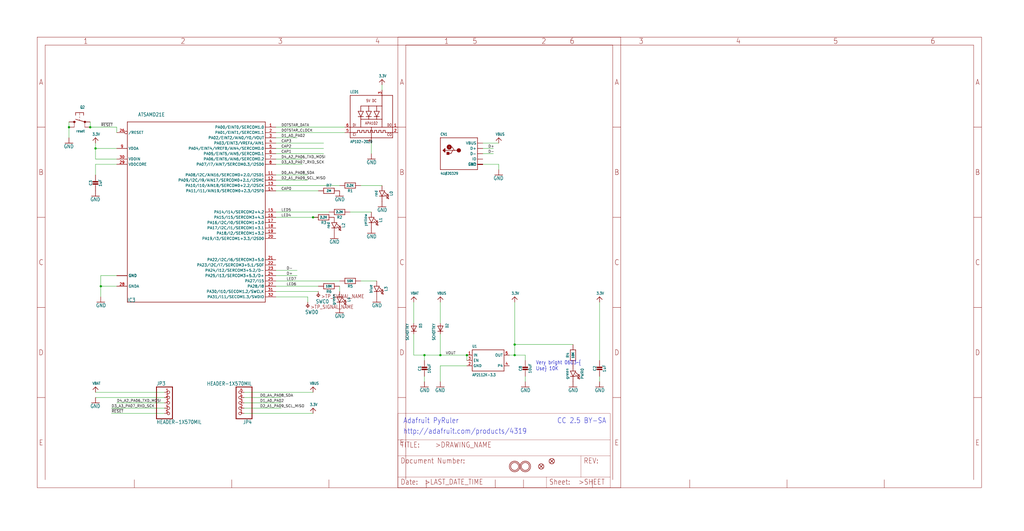
<source format=kicad_sch>
(kicad_sch (version 20211123) (generator eeschema)
  (paper "User" 490.22 254.406)
  (lib_symbols
    (symbol "schematicEagle-eagle-import:3.3V" (power)
      (property "Value" "3.3V" (at -1.524 1.016 0))
      (symbol "3.3V_1_0"
        (polyline (pts (xy -1.27 -1.27) (xy 0 0)) (stroke (width 0.254)))
        (polyline (pts (xy 0 0) (xy 1.27 -1.27)) (stroke (width 0.254)))
        (pin power_in line (at 0 -2.54 90) (length 2.54) (name "3.3V") (number "1"))
      )
    )
    (symbol "schematicEagle-eagle-import:APA1022020"
      (property "Value" "APA1022020" (at -10.16 -12.7 0))
      (symbol "APA1022020_1_0"
        (polyline (pts (xy -10.16 -10.16) (xy 0 -10.16)) (stroke (width 0.254)))
        (polyline (pts (xy -10.16 -7.62) (xy -10.16 -10.16)) (stroke (width 0.254)))
        (polyline (pts (xy -10.16 -7.62) (xy -6.604 -7.62)) (stroke (width 0.254)))
        (polyline (pts (xy -10.16 -5.08) (xy -10.16 -7.62)) (stroke (width 0.254)))
        (polyline (pts (xy -10.16 10.16) (xy -10.16 -5.08)) (stroke (width 0.254)))
        (polyline (pts (xy -6.604 -7.62) (xy -6.604 -6.604)) (stroke (width 0.254)))
        (polyline (pts (xy -6.604 -6.604) (xy -5.588 -6.604)) (stroke (width 0.254)))
        (polyline (pts (xy -6.35 0) (xy -5.08 0)) (stroke (width 0.254)))
        (polyline (pts (xy -6.35 2.54) (xy -5.08 2.54)) (stroke (width 0.254)))
        (polyline (pts (xy -5.588 -7.62) (xy -4.572 -7.62)) (stroke (width 0.254)))
        (polyline (pts (xy -5.588 -6.604) (xy -5.588 -7.62)) (stroke (width 0.254)))
        (polyline (pts (xy -5.08 -5.08) (xy -10.16 -5.08)) (stroke (width 0.254)))
        (polyline (pts (xy -5.08 -5.08) (xy 0 -5.08)) (stroke (width 0.254)))
        (polyline (pts (xy -5.08 -1.27) (xy -5.08 -5.08)) (stroke (width 0.254)))
        (polyline (pts (xy -5.08 0) (xy -6.35 2.54)) (stroke (width 0.254)))
        (polyline (pts (xy -5.08 0) (xy -5.08 -1.27)) (stroke (width 0.254)))
        (polyline (pts (xy -5.08 0) (xy -3.81 2.54)) (stroke (width 0.254)))
        (polyline (pts (xy -5.08 2.54) (xy -3.81 2.54)) (stroke (width 0.254)))
        (polyline (pts (xy -5.08 5.08) (xy -5.08 2.54)) (stroke (width 0.254)))
        (polyline (pts (xy -4.572 -7.62) (xy -4.572 -6.604)) (stroke (width 0.254)))
        (polyline (pts (xy -4.572 -6.604) (xy -3.556 -6.604)) (stroke (width 0.254)))
        (polyline (pts (xy -3.81 0) (xy -5.08 0)) (stroke (width 0.254)))
        (polyline (pts (xy -3.556 -7.62) (xy -2.54 -7.62)) (stroke (width 0.254)))
        (polyline (pts (xy -3.556 -6.604) (xy -3.556 -7.62)) (stroke (width 0.254)))
        (polyline (pts (xy -2.54 -7.62) (xy -2.54 -6.604)) (stroke (width 0.254)))
        (polyline (pts (xy -2.54 -6.604) (xy -1.524 -6.604)) (stroke (width 0.254)))
        (polyline (pts (xy -2.54 0) (xy -1.27 0)) (stroke (width 0.254)))
        (polyline (pts (xy -2.54 2.54) (xy 0 2.54)) (stroke (width 0.254)))
        (polyline (pts (xy -1.524 -7.62) (xy -0.508 -7.62)) (stroke (width 0.254)))
        (polyline (pts (xy -1.524 -6.604) (xy -1.524 -7.62)) (stroke (width 0.254)))
        (polyline (pts (xy -1.27 -1.27) (xy -5.08 -1.27)) (stroke (width 0.254)))
        (polyline (pts (xy -1.27 0) (xy -2.54 2.54)) (stroke (width 0.254)))
        (polyline (pts (xy -1.27 0) (xy -1.27 -1.27)) (stroke (width 0.254)))
        (polyline (pts (xy -1.27 0) (xy 0 0)) (stroke (width 0.254)))
        (polyline (pts (xy -1.27 2.54) (xy -1.27 5.08)) (stroke (width 0.254)))
        (polyline (pts (xy -1.27 5.08) (xy -5.08 5.08)) (stroke (width 0.254)))
        (polyline (pts (xy -0.508 -7.62) (xy -0.508 -6.604)) (stroke (width 0.254)))
        (polyline (pts (xy -0.508 -6.604) (xy 0.508 -6.604)) (stroke (width 0.254)))
        (polyline (pts (xy 0 -10.16) (xy 10.16 -10.16)) (stroke (width 0.254)))
        (polyline (pts (xy 0 -5.08) (xy 0 -10.16)) (stroke (width 0.254)))
        (polyline (pts (xy 0 -5.08) (xy 5.08 -5.08)) (stroke (width 0.254)))
        (polyline (pts (xy 0 2.54) (xy -1.27 0)) (stroke (width 0.254)))
        (polyline (pts (xy 0.508 -7.62) (xy 1.524 -7.62)) (stroke (width 0.254)))
        (polyline (pts (xy 0.508 -6.604) (xy 0.508 -7.62)) (stroke (width 0.254)))
        (polyline (pts (xy 1.27 2.54) (xy 2.54 0)) (stroke (width 0.254)))
        (polyline (pts (xy 1.27 2.54) (xy 2.54 2.54)) (stroke (width 0.254)))
        (polyline (pts (xy 1.524 -7.62) (xy 1.524 -6.604)) (stroke (width 0.254)))
        (polyline (pts (xy 1.524 -6.604) (xy 2.54 -6.604)) (stroke (width 0.254)))
        (polyline (pts (xy 2.54 -7.62) (xy 3.556 -7.62)) (stroke (width 0.254)))
        (polyline (pts (xy 2.54 -6.604) (xy 2.54 -7.62)) (stroke (width 0.254)))
        (polyline (pts (xy 2.54 -1.27) (xy -1.27 -1.27)) (stroke (width 0.254)))
        (polyline (pts (xy 2.54 0) (xy 1.27 0)) (stroke (width 0.254)))
        (polyline (pts (xy 2.54 0) (xy 2.54 -1.27)) (stroke (width 0.254)))
        (polyline (pts (xy 2.54 0) (xy 3.81 0)) (stroke (width 0.254)))
        (polyline (pts (xy 2.54 0) (xy 3.81 2.54)) (stroke (width 0.254)))
        (polyline (pts (xy 2.54 2.54) (xy 2.54 5.08)) (stroke (width 0.254)))
        (polyline (pts (xy 2.54 5.08) (xy -1.27 5.08)) (stroke (width 0.254)))
        (polyline (pts (xy 2.54 5.08) (xy 5.08 5.08)) (stroke (width 0.254)))
        (polyline (pts (xy 3.556 -7.62) (xy 3.556 -6.604)) (stroke (width 0.254)))
        (polyline (pts (xy 3.556 -6.604) (xy 4.572 -6.604)) (stroke (width 0.254)))
        (polyline (pts (xy 3.81 2.54) (xy 2.54 2.54)) (stroke (width 0.254)))
        (polyline (pts (xy 4.572 -7.62) (xy 5.588 -7.62)) (stroke (width 0.254)))
        (polyline (pts (xy 4.572 -6.604) (xy 4.572 -7.62)) (stroke (width 0.254)))
        (polyline (pts (xy 5.08 -5.08) (xy 5.08 -1.27)) (stroke (width 0.254)))
        (polyline (pts (xy 5.08 -5.08) (xy 10.16 -5.08)) (stroke (width 0.254)))
        (polyline (pts (xy 5.08 -1.27) (xy 2.54 -1.27)) (stroke (width 0.254)))
        (polyline (pts (xy 5.08 5.08) (xy 5.08 -1.27)) (stroke (width 0.254)))
        (polyline (pts (xy 5.08 10.16) (xy -10.16 10.16)) (stroke (width 0.254)))
        (polyline (pts (xy 5.08 10.16) (xy 5.08 5.08)) (stroke (width 0.254)))
        (polyline (pts (xy 5.588 -7.62) (xy 5.588 -6.604)) (stroke (width 0.254)))
        (polyline (pts (xy 5.588 -6.604) (xy 6.604 -6.604)) (stroke (width 0.254)))
        (polyline (pts (xy 6.604 -7.62) (xy 10.16 -7.62)) (stroke (width 0.254)))
        (polyline (pts (xy 6.604 -6.604) (xy 6.604 -7.62)) (stroke (width 0.254)))
        (polyline (pts (xy 10.16 -10.16) (xy 10.16 -7.62)) (stroke (width 0.254)))
        (polyline (pts (xy 10.16 -7.62) (xy 10.16 -5.08)) (stroke (width 0.254)))
        (polyline (pts (xy 10.16 -5.08) (xy 10.16 10.16)) (stroke (width 0.254)))
        (polyline (pts (xy 10.16 10.16) (xy 5.08 10.16)) (stroke (width 0.254)))
        (text "5V DC" (at 0 7.62 0) (effects (font (size 1.27 1.0795))))
        (text "APA102" (at 0 -3.175 0) (effects (font (size 1.27 1.0795))))
        (text "CI" (at -8.128 -8.636 0) (effects (font (size 1.27 1.0795))))
        (text "CO" (at 8.636 -8.636 0) (effects (font (size 1.27 1.0795))))
        (text "DI" (at -8.128 -4.064 0) (effects (font (size 1.27 1.0795))))
        (text "DO" (at 8.636 -4.064 0) (effects (font (size 1.27 1.0795))))
        (pin output line (at 12.7 -5.08 180) (length 2.54) (name "DO") (number "1"))
        (pin output line (at 12.7 -7.62 180) (length 2.54) (name "CKO") (number "2"))
        (pin power_in line (at 5.08 12.7 270) (length 2.54) (name "VDD") (number "3"))
        (pin power_in line (at 0 -12.7 90) (length 2.54) (name "GND") (number "4"))
        (pin input line (at -12.7 -7.62 0) (length 2.54) (name "CKI") (number "5"))
        (pin input line (at -12.7 -5.08 0) (length 2.54) (name "DI") (number "6"))
      )
    )
    (symbol "schematicEagle-eagle-import:ATSAMD21E"
      (property "Reference" "IC" (at -35.56 -43.18 0))
      (property "Value" "ATSAMD21E" (at -30.48 45.72 0))
      (symbol "ATSAMD21E_1_0"
        (polyline (pts (xy -35.56 -43.18) (xy -35.56 43.18)) (stroke (width 0.254)))
        (polyline (pts (xy -35.56 43.18) (xy 30.48 43.18)) (stroke (width 0.254)))
        (polyline (pts (xy 30.48 -43.18) (xy -35.56 -43.18)) (stroke (width 0.254)))
        (polyline (pts (xy 30.48 43.18) (xy 30.48 -43.18)) (stroke (width 0.254)))
        (pin bidirectional line (at 35.56 40.64 180) (length 5.08) (name "PA00/EINT0/SERCOM1.0") (number "1"))
        (pin power_in line (at -40.64 -30.48 0) (length 5.08) (name "GND") (number "10"))
        (pin bidirectional line (at 35.56 17.78 180) (length 5.08) (name "PA08/I2C/AIN16/SERCOM0+2.0/I2SD1") (number "11"))
        (pin bidirectional line (at 35.56 15.24 180) (length 5.08) (name "PA09/I2C/I9/AIN17/SERCOM0+2.1/I2SMC") (number "12"))
        (pin bidirectional line (at 35.56 12.7 180) (length 5.08) (name "PA10/I10/AIN18/SERCOM0+2.2/I2SCK") (number "13"))
        (pin bidirectional line (at 35.56 10.16 180) (length 5.08) (name "PA11/I11/AIN19/SERCOM0+2.3/I2SF0") (number "14"))
        (pin bidirectional line (at 35.56 0 180) (length 5.08) (name "PA14/I14/SERCOM2+4.2") (number "15"))
        (pin bidirectional line (at 35.56 -2.54 180) (length 5.08) (name "PA15/I15/SERCOM3+4.3") (number "16"))
        (pin bidirectional line (at 35.56 -5.08 180) (length 5.08) (name "PA16/I2C/I0/SERCOM1+3.0") (number "17"))
        (pin bidirectional line (at 35.56 -7.62 180) (length 5.08) (name "PA17/I2C/I1/SERCOM1+3.1") (number "18"))
        (pin bidirectional line (at 35.56 -10.16 180) (length 5.08) (name "PA18/I2/SERCOM1+3.2") (number "19"))
        (pin bidirectional line (at 35.56 38.1 180) (length 5.08) (name "PA01/EINT1/SERCOM1.1") (number "2"))
        (pin bidirectional line (at 35.56 -12.7 180) (length 5.08) (name "PA19/I3/SERCOM1+3.3/I2SD0") (number "20"))
        (pin bidirectional line (at 35.56 -22.86 180) (length 5.08) (name "PA22/I2C/I6/SERCOM3+5.0") (number "21"))
        (pin bidirectional line (at 35.56 -25.4 180) (length 5.08) (name "PA23/I2C/I7/SERCOM3+5.1/SOF") (number "22"))
        (pin bidirectional line (at 35.56 -27.94 180) (length 5.08) (name "PA24/I12/SERCOM3+5.2/D-") (number "23"))
        (pin bidirectional line (at 35.56 -30.48 180) (length 5.08) (name "PA25/I13/SERCOM3+5.3/D+") (number "24"))
        (pin bidirectional line (at 35.56 -33.02 180) (length 5.08) (name "PA27/I15") (number "25"))
        (pin bidirectional inverted (at -40.64 38.1 0) (length 5.08) (name "/RESET") (number "26"))
        (pin bidirectional line (at 35.56 -35.56 180) (length 5.08) (name "PA28/I8") (number "27"))
        (pin power_in line (at -40.64 -35.56 0) (length 5.08) (name "GNDA") (number "28"))
        (pin power_in line (at -40.64 22.86 0) (length 5.08) (name "VDDCORE") (number "29"))
        (pin bidirectional line (at 35.56 35.56 180) (length 5.08) (name "PA02/EINT2/AIN0/Y0/VOUT") (number "3"))
        (pin power_in line (at -40.64 25.4 0) (length 5.08) (name "VDDIN") (number "30"))
        (pin bidirectional line (at 35.56 -38.1 180) (length 5.08) (name "PA30/I10/SECOM1.2/SWCLK") (number "31"))
        (pin bidirectional line (at 35.56 -40.64 180) (length 5.08) (name "PA31/I11/SECOM1.3/SWDIO") (number "32"))
        (pin power_in line (at -40.64 -30.48 0) (length 5.08) (name "GND") (number "33"))
        (pin bidirectional line (at 35.56 33.02 180) (length 5.08) (name "PA03/EINT3/VREFA/AIN1") (number "4"))
        (pin bidirectional line (at 35.56 30.48 180) (length 5.08) (name "PA04/EINT4/VREFB/AIN4/SERCOM0.0") (number "5"))
        (pin bidirectional line (at 35.56 27.94 180) (length 5.08) (name "PA05/EINT5/AIN5/SERCOM0.1") (number "6"))
        (pin bidirectional line (at 35.56 25.4 180) (length 5.08) (name "PA06/EINT6/AIN6/SERCOM0.2") (number "7"))
        (pin bidirectional line (at 35.56 22.86 180) (length 5.08) (name "PA07/I7/AIN7/SERCOM0.3/I2SD0") (number "8"))
        (pin power_in line (at -40.64 30.48 0) (length 5.08) (name "VDDA") (number "9"))
      )
    )
    (symbol "schematicEagle-eagle-import:CAP_CERAMIC0603_NO"
      (property "Reference" "C" (at -2.29 1.25 90))
      (property "Value" "CAP_CERAMIC0603_NO" (at 2.3 1.25 90))
      (symbol "CAP_CERAMIC0603_NO_1_0"
        (rectangle (start -1.27 0.508) (end 1.27 1.016) (fill (type outline)))
        (rectangle (start -1.27 1.524) (end 1.27 2.032) (fill (type outline)))
        (polyline (pts (xy 0 0.762) (xy 0 0)) (stroke (width 0.1524)))
        (polyline (pts (xy 0 2.54) (xy 0 1.778)) (stroke (width 0.1524)))
        (pin passive line (at 0 5.08 270) (length 2.54) (name "1") (number "1"))
        (pin passive line (at 0 -2.54 90) (length 2.54) (name "2") (number "2"))
      )
    )
    (symbol "schematicEagle-eagle-import:CAP_CERAMIC0805-NOOUTLINE"
      (property "Reference" "C" (at -2.29 1.25 90))
      (property "Value" "CAP_CERAMIC0805-NOOUTLINE" (at 2.3 1.25 90))
      (symbol "CAP_CERAMIC0805-NOOUTLINE_1_0"
        (rectangle (start -1.27 0.508) (end 1.27 1.016) (fill (type outline)))
        (rectangle (start -1.27 1.524) (end 1.27 2.032) (fill (type outline)))
        (polyline (pts (xy 0 0.762) (xy 0 0)) (stroke (width 0.1524)))
        (polyline (pts (xy 0 2.54) (xy 0 1.778)) (stroke (width 0.1524)))
        (pin passive line (at 0 5.08 270) (length 2.54) (name "1") (number "1"))
        (pin passive line (at 0 -2.54 90) (length 2.54) (name "2") (number "2"))
      )
    )
    (symbol "schematicEagle-eagle-import:DIODE_SOD-123FL"
      (property "Reference" "D" (at -2.54 2.54 0))
      (property "Value" "DIODE_SOD-123FL" (at -2.54 -3.81 0))
      (symbol "DIODE_SOD-123FL_1_0"
        (polyline (pts (xy -1.27 -1.27) (xy 1.27 0)) (stroke (width 0.254)))
        (polyline (pts (xy -1.27 1.27) (xy -1.27 -1.27)) (stroke (width 0.254)))
        (polyline (pts (xy 1.27 0) (xy -1.27 1.27)) (stroke (width 0.254)))
        (polyline (pts (xy 1.27 0) (xy 1.27 -1.27)) (stroke (width 0.254)))
        (polyline (pts (xy 1.27 1.27) (xy 1.27 0)) (stroke (width 0.254)))
        (pin passive line (at -2.54 0 0) (length 2.54) (name "A") (number "A"))
        (pin passive line (at 2.54 0 180) (length 2.54) (name "C") (number "C"))
      )
    )
    (symbol "schematicEagle-eagle-import:FIDUCIAL_1MM"
      (symbol "FIDUCIAL_1MM_1_0"
        (polyline (pts (xy -0.762 0.762) (xy 0.762 -0.762)) (stroke (width 0.254)))
        (polyline (pts (xy 0.762 0.762) (xy -0.762 -0.762)) (stroke (width 0.254)))
        (circle (center 0 0) (radius 1.27) (stroke (width 0.254)))
      )
    )
    (symbol "schematicEagle-eagle-import:FRAME_A_L"
      (symbol "FRAME_A_L_0_0"
        (polyline (pts (xy 0 43.18) (xy 3.81 43.18)))
        (polyline (pts (xy 0 86.36) (xy 3.81 86.36)))
        (polyline (pts (xy 0 129.54) (xy 3.81 129.54)))
        (polyline (pts (xy 0 172.72) (xy 3.81 172.72)))
        (polyline (pts (xy 3.81 3.81) (xy 3.81 212.09)))
        (polyline (pts (xy 46.5667 0) (xy 46.5667 3.81)))
        (polyline (pts (xy 93.1333 0) (xy 93.1333 3.81)))
        (polyline (pts (xy 139.7 0) (xy 139.7 3.81)))
        (polyline (pts (xy 186.2667 0) (xy 186.2667 3.81)))
        (polyline (pts (xy 232.8333 0) (xy 232.8333 3.81)))
        (polyline (pts (xy 275.59 3.81) (xy 275.59 212.09)))
        (polyline (pts (xy 275.59 43.18) (xy 279.4 43.18)))
        (polyline (pts (xy 275.59 86.36) (xy 279.4 86.36)))
        (polyline (pts (xy 275.59 129.54) (xy 279.4 129.54)))
        (polyline (pts (xy 275.59 172.72) (xy 279.4 172.72)))
        (polyline (pts (xy 275.59 212.09) (xy 3.81 212.09)))
        (polyline (pts (xy 0 0) (xy 279.4 0) (xy 279.4 215.9) (xy 0 215.9) (xy 0 0)))
        (text "1" (at 23.2833 213.995 0) (effects (font (size 2.54 2.286))))
        (text "2" (at 69.85 213.995 0) (effects (font (size 2.54 2.286))))
        (text "3" (at 116.4167 213.995 0) (effects (font (size 2.54 2.286))))
        (text "4" (at 162.9833 213.995 0) (effects (font (size 2.54 2.286))))
        (text "5" (at 209.55 213.995 0) (effects (font (size 2.54 2.286))))
        (text "6" (at 256.1167 213.995 0) (effects (font (size 2.54 2.286))))
        (text "A" (at 1.905 194.31 0) (effects (font (size 2.54 2.286))))
        (text "A" (at 277.495 194.31 0) (effects (font (size 2.54 2.286))))
        (text "B" (at 1.905 151.13 0) (effects (font (size 2.54 2.286))))
        (text "B" (at 277.495 151.13 0) (effects (font (size 2.54 2.286))))
        (text "C" (at 1.905 107.95 0) (effects (font (size 2.54 2.286))))
        (text "C" (at 277.495 107.95 0) (effects (font (size 2.54 2.286))))
        (text "D" (at 1.905 64.77 0) (effects (font (size 2.54 2.286))))
        (text "D" (at 277.495 64.77 0) (effects (font (size 2.54 2.286))))
        (text "E" (at 1.905 21.59 0) (effects (font (size 2.54 2.286))))
        (text "E" (at 277.495 21.59 0) (effects (font (size 2.54 2.286))))
      )
      (symbol "FRAME_A_L_2_0"
        (polyline (pts (xy 0 0) (xy 0 5.08)) (stroke (width 0.1016)))
        (polyline (pts (xy 0 0) (xy 71.12 0)) (stroke (width 0.1016)))
        (polyline (pts (xy 0 5.08) (xy 0 15.24)) (stroke (width 0.1016)))
        (polyline (pts (xy 0 5.08) (xy 71.12 5.08)) (stroke (width 0.1016)))
        (polyline (pts (xy 0 15.24) (xy 0 22.86)) (stroke (width 0.1016)))
        (polyline (pts (xy 0 22.86) (xy 0 35.56)) (stroke (width 0.1016)))
        (polyline (pts (xy 0 22.86) (xy 101.6 22.86)) (stroke (width 0.1016)))
        (polyline (pts (xy 71.12 0) (xy 101.6 0)) (stroke (width 0.1016)))
        (polyline (pts (xy 71.12 5.08) (xy 71.12 0)) (stroke (width 0.1016)))
        (polyline (pts (xy 71.12 5.08) (xy 87.63 5.08)) (stroke (width 0.1016)))
        (polyline (pts (xy 87.63 5.08) (xy 101.6 5.08)) (stroke (width 0.1016)))
        (polyline (pts (xy 87.63 15.24) (xy 0 15.24)) (stroke (width 0.1016)))
        (polyline (pts (xy 87.63 15.24) (xy 87.63 5.08)) (stroke (width 0.1016)))
        (polyline (pts (xy 101.6 5.08) (xy 101.6 0)) (stroke (width 0.1016)))
        (polyline (pts (xy 101.6 15.24) (xy 87.63 15.24)) (stroke (width 0.1016)))
        (polyline (pts (xy 101.6 15.24) (xy 101.6 5.08)) (stroke (width 0.1016)))
        (polyline (pts (xy 101.6 22.86) (xy 101.6 15.24)) (stroke (width 0.1016)))
        (polyline (pts (xy 101.6 35.56) (xy 0 35.56)) (stroke (width 0.1016)))
        (polyline (pts (xy 101.6 35.56) (xy 101.6 22.86)) (stroke (width 0.1016)))
        (text ">DRAWING_NAME" (at 17.78 19.05 0) (effects (font (size 2.54 2.159)) (justify left bottom)))
        (text ">LAST_DATE_TIME" (at 12.7 1.27 0) (effects (font (size 2.54 2.159)) (justify left bottom)))
        (text ">SHEET" (at 86.36 1.27 0) (effects (font (size 2.54 2.159)) (justify left bottom)))
        (text "Date:" (at 1.27 1.27 0) (effects (font (size 2.54 2.159)) (justify left bottom)))
        (text "Document Number:" (at 1.27 11.43 0) (effects (font (size 2.54 2.159)) (justify left bottom)))
        (text "REV:" (at 88.9 11.43 0) (effects (font (size 2.54 2.159)) (justify left bottom)))
        (text "Sheet:" (at 72.39 1.27 0) (effects (font (size 2.54 2.159)) (justify left bottom)))
        (text "TITLE:" (at 1.27 19.05 0) (effects (font (size 2.54 2.159)) (justify left bottom)))
      )
    )
    (symbol "schematicEagle-eagle-import:GND" (power)
      (property "Value" "GND" (at -2.54 -2.54 0))
      (symbol "GND_1_0"
        (polyline (pts (xy -1.905 0) (xy 1.905 0)) (stroke (width 0.254)))
        (pin power_in line (at 0 2.54 270) (length 2.54) (name "GND") (number "1"))
      )
    )
    (symbol "schematicEagle-eagle-import:HEADER-1X570MIL"
      (property "Reference" "JP" (at -6.35 8.255 0))
      (property "Value" "HEADER-1X570MIL" (at -6.35 -10.16 0))
      (symbol "HEADER-1X570MIL_1_0"
        (polyline (pts (xy -6.35 -7.62) (xy 1.27 -7.62)) (stroke (width 0.4064)))
        (polyline (pts (xy -6.35 7.62) (xy -6.35 -7.62)) (stroke (width 0.4064)))
        (polyline (pts (xy 1.27 -7.62) (xy 1.27 7.62)) (stroke (width 0.4064)))
        (polyline (pts (xy 1.27 7.62) (xy -6.35 7.62)) (stroke (width 0.4064)))
        (pin passive inverted (at -2.54 5.08 0) (length 2.54) (name "1") (number "1"))
        (pin passive inverted (at -2.54 2.54 0) (length 2.54) (name "2") (number "2"))
        (pin passive inverted (at -2.54 0 0) (length 2.54) (name "3") (number "3"))
        (pin passive inverted (at -2.54 -2.54 0) (length 2.54) (name "4") (number "4"))
        (pin passive inverted (at -2.54 -5.08 0) (length 2.54) (name "5") (number "5"))
      )
    )
    (symbol "schematicEagle-eagle-import:LED0603_NOOUTLINE"
      (property "Reference" "D" (at -1.27 4.445 0))
      (property "Value" "LED0603_NOOUTLINE" (at -1.27 -2.794 0))
      (symbol "LED0603_NOOUTLINE_1_0"
        (polyline (pts (xy -2.54 -1.27) (xy 0 0)) (stroke (width 0.254)))
        (polyline (pts (xy -2.54 1.27) (xy -2.54 -1.27)) (stroke (width 0.254)))
        (polyline (pts (xy -1.905 1.27) (xy -0.635 2.54)) (stroke (width 0.254)))
        (polyline (pts (xy -0.9525 2.8575) (xy -0.3175 2.2225)) (stroke (width 0.254)))
        (polyline (pts (xy -0.635 1.27) (xy 0.635 2.54)) (stroke (width 0.254)))
        (polyline (pts (xy -0.3175 2.2225) (xy 0 3.175)) (stroke (width 0.254)))
        (polyline (pts (xy 0 0) (xy -2.54 1.27)) (stroke (width 0.254)))
        (polyline (pts (xy 0 0) (xy 0 -1.27)) (stroke (width 0.254)))
        (polyline (pts (xy 0 1.27) (xy 0 0)) (stroke (width 0.254)))
        (polyline (pts (xy 0 3.175) (xy -0.9525 2.8575)) (stroke (width 0.254)))
        (polyline (pts (xy 0.3175 2.8575) (xy 0.9525 2.2225)) (stroke (width 0.254)))
        (polyline (pts (xy 0.9525 2.2225) (xy 1.27 3.175)) (stroke (width 0.254)))
        (polyline (pts (xy 1.27 3.175) (xy 0.3175 2.8575)) (stroke (width 0.254)))
        (pin passive line (at -5.08 0 0) (length 2.54) (name "A") (number "A"))
        (pin passive line (at 2.54 0 180) (length 2.54) (name "C") (number "C"))
      )
    )
    (symbol "schematicEagle-eagle-import:MOUNTINGHOLE2.0"
      (symbol "MOUNTINGHOLE2.0_1_0"
        (circle (center 0 0) (radius 1.905) (stroke (width 0.254)))
        (circle (center 0 0) (radius 2.54) (stroke (width 0.254)))
      )
    )
    (symbol "schematicEagle-eagle-import:RESISTOR_0603_NOOUT"
      (property "Reference" "R" (at 0 2.54 0))
      (property "Value" "RESISTOR_0603_NOOUT" (at 0 0 0))
      (symbol "RESISTOR_0603_NOOUT_1_0"
        (polyline (pts (xy -2.54 -1.27) (xy -2.54 1.27)) (stroke (width 0.254)))
        (polyline (pts (xy -2.54 1.27) (xy 2.54 1.27)) (stroke (width 0.254)))
        (polyline (pts (xy 2.54 -1.27) (xy -2.54 -1.27)) (stroke (width 0.254)))
        (polyline (pts (xy 2.54 1.27) (xy 2.54 -1.27)) (stroke (width 0.254)))
        (pin passive line (at -5.08 0 0) (length 2.54) (name "1") (number "1"))
        (pin passive line (at 5.08 0 180) (length 2.54) (name "2") (number "2"))
      )
    )
    (symbol "schematicEagle-eagle-import:SWITCH_TACT_SMT4.6X2.8"
      (property "Reference" "SW" (at -2.54 6.35 0))
      (property "Value" "SWITCH_TACT_SMT4.6X2.8" (at -2.54 -5.08 0))
      (symbol "SWITCH_TACT_SMT4.6X2.8_1_0"
        (circle (center -2.54 0) (radius 0.127) (stroke (width 0.4064)))
        (polyline (pts (xy -2.54 -2.54) (xy -2.54 0)) (stroke (width 0.1524)))
        (polyline (pts (xy -2.54 0) (xy 1.905 1.27)) (stroke (width 0.254)))
        (polyline (pts (xy -1.905 4.445) (xy -1.905 3.175)) (stroke (width 0.254)))
        (polyline (pts (xy 0 1.27) (xy 0 0.635)) (stroke (width 0.1524)))
        (polyline (pts (xy 0 2.54) (xy 0 1.905)) (stroke (width 0.1524)))
        (polyline (pts (xy 0 4.445) (xy -1.905 4.445)) (stroke (width 0.254)))
        (polyline (pts (xy 0 4.445) (xy 0 3.175)) (stroke (width 0.1524)))
        (polyline (pts (xy 1.905 0) (xy 2.54 0)) (stroke (width 0.254)))
        (polyline (pts (xy 1.905 4.445) (xy 0 4.445)) (stroke (width 0.254)))
        (polyline (pts (xy 1.905 4.445) (xy 1.905 3.175)) (stroke (width 0.254)))
        (polyline (pts (xy 2.54 -2.54) (xy 2.54 0)) (stroke (width 0.1524)))
        (circle (center 2.54 0) (radius 0.127) (stroke (width 0.4064)))
        (pin passive line (at -5.08 0 0) (length 2.54) (name "P") (number "A"))
        (pin passive line (at -5.08 -2.54 0) (length 2.54) (name "P1") (number "A'"))
        (pin passive line (at 5.08 0 180) (length 2.54) (name "S") (number "B"))
        (pin passive line (at 5.08 -2.54 180) (length 2.54) (name "S1") (number "B'"))
      )
    )
    (symbol "schematicEagle-eagle-import:TPB1,27"
      (property "Reference" "TP" (at -1.27 1.27 0))
      (symbol "TPB1,27_1_0"
        (polyline (pts (xy -0.762 -0.762) (xy 0 0)) (stroke (width 0.254)))
        (polyline (pts (xy 0 -1.524) (xy -0.762 -0.762)) (stroke (width 0.254)))
        (polyline (pts (xy 0 0) (xy 0.762 -0.762)) (stroke (width 0.254)))
        (polyline (pts (xy 0.762 -0.762) (xy 0 -1.524)) (stroke (width 0.254)))
        (text ">TP_SIGNAL_NAME" (at 1.27 -1.27 0) (effects (font (size 1.778 1.5113)) (justify left bottom)))
        (pin input line (at 0 -2.54 90) (length 2.54) (name "TP") (number "TP"))
      )
    )
    (symbol "schematicEagle-eagle-import:USB_MICRO_NARROW"
      (property "Reference" "X" (at -10.16 8.636 0))
      (property "Value" "USB_MICRO_NARROW" (at -10.16 -10.16 0))
      (symbol "USB_MICRO_NARROW_1_0"
        (rectangle (start -7.12 -0.45) (end -5.92 0.75) (fill (type outline)))
        (circle (center -5.92 3.2) (radius 0.2) (stroke (width 1)))
        (circle (center -1.32 1.6) (radius 0.5) (stroke (width 1)))
        (polyline (pts (xy -10.2 7.62) (xy -10.16 7.62)) (stroke (width 0.254)))
        (polyline (pts (xy -10.16 -7.62) (xy 7.62 -7.62)) (stroke (width 0.254)))
        (polyline (pts (xy -10.16 7.62) (xy -10.16 -7.62)) (stroke (width 0.254)))
        (polyline (pts (xy -10.16 7.62) (xy 7.62 7.62)) (stroke (width 0.254)))
        (polyline (pts (xy -8.92 1.6) (xy -8.12 2.4)) (stroke (width 0.254)))
        (polyline (pts (xy -8.52 1.4) (xy -8.32 1.2)) (stroke (width 0.254)))
        (polyline (pts (xy -8.52 1.6) (xy -8.52 1.4)) (stroke (width 0.254)))
        (polyline (pts (xy -8.32 1.2) (xy -8.32 2)) (stroke (width 0.254)))
        (polyline (pts (xy -8.32 2) (xy -8.72 1.6)) (stroke (width 0.254)))
        (polyline (pts (xy -8.12 0.8) (xy -8.92 1.6)) (stroke (width 0.254)))
        (polyline (pts (xy -8.12 1) (xy -8.12 2.4)) (stroke (width 0.254)))
        (polyline (pts (xy -8.12 2.4) (xy -7.92 2.4)) (stroke (width 0.254)))
        (polyline (pts (xy -7.92 0.8) (xy -8.12 0.8)) (stroke (width 0.254)))
        (polyline (pts (xy -7.92 1.6) (xy -7.92 0.8)) (stroke (width 0.254)))
        (polyline (pts (xy -7.92 2.4) (xy -7.92 1.6)) (stroke (width 0.254)))
        (polyline (pts (xy -6.27 0.15) (xy -5.07 0.15)) (stroke (width 0.254)))
        (polyline (pts (xy -5.52 3.2) (xy -4.52 3.2)) (stroke (width 0.254)))
        (polyline (pts (xy -5.07 0.15) (xy -4.22 1.6)) (stroke (width 0.254)))
        (polyline (pts (xy -4.52 3.2) (xy -3.47 1.6)) (stroke (width 0.254)))
        (polyline (pts (xy -4.22 1.6) (xy -7.92 1.6)) (stroke (width 0.254)))
        (polyline (pts (xy -3.47 1.6) (xy -4.22 1.6)) (stroke (width 0.254)))
        (polyline (pts (xy -1.32 1.6) (xy -3.47 1.6)) (stroke (width 0.254)))
        (polyline (pts (xy 7.62 7.62) (xy 7.62 -7.62)) (stroke (width 0.254)))
        (pin power_in line (at 10.16 -5.08 180) (length 2.54) (name "GND") (number "BASE@1"))
        (pin power_in line (at 10.16 -5.08 180) (length 2.54) (name "GND") (number "BASE@2"))
        (pin bidirectional line (at 10.16 2.54 180) (length 2.54) (name "D+") (number "D+"))
        (pin bidirectional line (at 10.16 0 180) (length 2.54) (name "D-") (number "D-"))
        (pin power_in line (at 10.16 -5.08 180) (length 2.54) (name "GND") (number "GND"))
        (pin bidirectional line (at 10.16 -2.54 180) (length 2.54) (name "ID") (number "ID"))
        (pin power_in line (at 10.16 -5.08 180) (length 2.54) (name "GND") (number "SPRT@1"))
        (pin power_in line (at 10.16 -5.08 180) (length 2.54) (name "GND") (number "SPRT@2"))
        (pin power_in line (at 10.16 -5.08 180) (length 2.54) (name "GND") (number "SPRT@3"))
        (pin power_in line (at 10.16 -5.08 180) (length 2.54) (name "GND") (number "SPRT@4"))
        (pin power_in line (at 10.16 5.08 180) (length 2.54) (name "VBUS") (number "VBUS"))
      )
    )
    (symbol "schematicEagle-eagle-import:VBAT" (power)
      (property "Value" "VBAT" (at -1.524 1.016 0))
      (symbol "VBAT_1_0"
        (polyline (pts (xy -1.27 -1.27) (xy 0 0)) (stroke (width 0.254)))
        (polyline (pts (xy 0 0) (xy 1.27 -1.27)) (stroke (width 0.254)))
        (pin power_in line (at 0 -2.54 90) (length 2.54) (name "VBAT") (number "1"))
      )
    )
    (symbol "schematicEagle-eagle-import:VBUS" (power)
      (property "Value" "VBUS" (at -1.524 1.016 0))
      (symbol "VBUS_1_0"
        (polyline (pts (xy -1.27 -1.27) (xy 0 0)) (stroke (width 0.254)))
        (polyline (pts (xy 0 0) (xy 1.27 -1.27)) (stroke (width 0.254)))
        (pin power_in line (at 0 -2.54 90) (length 2.54) (name "VBUS") (number "1"))
      )
    )
    (symbol "schematicEagle-eagle-import:VREG_SOT23-5"
      (property "Reference" "U" (at -7.62 6.096 0))
      (property "Value" "VREG_SOT23-5" (at -7.62 -7.62 0))
      (symbol "VREG_SOT23-5_1_0"
        (polyline (pts (xy -7.62 -5.08) (xy -7.62 5.08)) (stroke (width 0.254)))
        (polyline (pts (xy -7.62 5.08) (xy 7.62 5.08)) (stroke (width 0.254)))
        (polyline (pts (xy 7.62 -5.08) (xy -7.62 -5.08)) (stroke (width 0.254)))
        (polyline (pts (xy 7.62 5.08) (xy 7.62 -5.08)) (stroke (width 0.254)))
        (pin power_in line (at -10.16 2.54 0) (length 2.54) (name "IN") (number "1"))
        (pin power_in line (at -10.16 -2.54 0) (length 2.54) (name "GND") (number "2"))
        (pin input line (at -10.16 0 0) (length 2.54) (name "EN") (number "3"))
        (pin bidirectional line (at 10.16 -2.54 180) (length 2.54) (name "P4") (number "4"))
        (pin power_in line (at 10.16 2.54 180) (length 2.54) (name "OUT") (number "5"))
      )
    )
  )
  (junction (at 149.86 104.14))
  (junction (at 33.02 60.96))
  (junction (at 43.18 60.96))
  (junction (at 203.2 170.18))
  (junction (at 210.82 170.18))
  (junction (at 48.26 137.16))
  (junction (at 246.38 170.18))
  (junction (at 223.52 170.18))
  (junction (at 45.72 71.12))
  (junction (at 246.38 165.1))
  (wire (pts (xy 231.14 71.12) (xy 236.22 71.12)))
  (wire (pts (xy 149.86 198.12) (xy 116.84 198.12)))
  (wire (pts (xy 134.62 195.58) (xy 116.84 195.58)))
  (wire (pts (xy 147.32 86.36) (xy 132.08 86.36)))
  (wire (pts (xy 142.24 132.08) (xy 132.08 132.08)))
  (wire (pts (xy 132.08 71.12) (xy 154.94 71.12)))
  (wire (pts (xy 132.08 139.7) (xy 152.4 139.7)))
  (wire (pts (xy 78.74 198.12) (xy 53.34 198.12)))
  (wire (pts (xy 223.52 175.26) (xy 210.82 175.26)))
  (wire (pts (xy 147.32 142.24) (xy 147.32 144.78)))
  (wire (pts (xy 198.12 170.18) (xy 198.12 160.02)))
  (wire (pts (xy 210.82 175.26) (xy 210.82 182.88)))
  (wire (pts (xy 134.62 193.04) (xy 116.84 193.04)))
  (wire (pts (xy 203.2 182.88) (xy 203.2 180.34)))
  (wire (pts (xy 43.18 60.96) (xy 55.88 60.96)))
  (wire (pts (xy 55.88 71.12) (xy 45.72 71.12)))
  (wire (pts (xy 132.08 137.16) (xy 152.4 137.16)))
  (wire (pts (xy 55.88 78.74) (xy 45.72 78.74)))
  (wire (pts (xy 238.76 68.58) (xy 231.14 68.58)))
  (wire (pts (xy 144.78 76.2) (xy 132.08 76.2)))
  (wire (pts (xy 132.08 104.14) (xy 149.86 104.14)))
  (wire (pts (xy 251.46 182.88) (xy 251.46 180.34)))
  (wire (pts (xy 132.08 63.5) (xy 165.1 63.5)))
  (wire (pts (xy 48.26 132.08) (xy 48.26 137.16)))
  (wire (pts (xy 55.88 132.08) (xy 48.26 132.08)))
  (wire (pts (xy 246.38 170.18) (xy 246.38 165.1)))
  (wire (pts (xy 45.72 71.12) (xy 45.72 68.58)))
  (wire (pts (xy 48.26 137.16) (xy 48.26 142.24)))
  (wire (pts (xy 55.88 137.16) (xy 48.26 137.16)))
  (wire (pts (xy 198.12 144.78) (xy 198.12 154.94)))
  (wire (pts (xy 149.86 104.14) (xy 152.4 104.14)))
  (wire (pts (xy 210.82 170.18) (xy 203.2 170.18)))
  (wire (pts (xy 251.46 170.18) (xy 251.46 172.72)))
  (wire (pts (xy 132.08 68.58) (xy 154.94 68.58)))
  (wire (pts (xy 231.14 78.74) (xy 238.76 78.74)))
  (wire (pts (xy 132.08 91.44) (xy 152.4 91.44)))
  (wire (pts (xy 287.02 182.88) (xy 287.02 180.34)))
  (wire (pts (xy 210.82 160.02) (xy 210.82 170.18)))
  (wire (pts (xy 78.74 190.5) (xy 45.72 190.5)))
  (wire (pts (xy 167.64 101.6) (xy 177.8 101.6)))
  (wire (pts (xy 132.08 142.24) (xy 147.32 142.24)))
  (wire (pts (xy 132.08 129.54) (xy 142.24 129.54)))
  (wire (pts (xy 177.8 68.58) (xy 177.8 73.66)))
  (wire (pts (xy 132.08 88.9) (xy 162.56 88.9)))
  (wire (pts (xy 246.38 144.78) (xy 246.38 165.1)))
  (wire (pts (xy 43.18 60.96) (xy 43.18 58.42)))
  (wire (pts (xy 55.88 76.2) (xy 45.72 76.2)))
  (wire (pts (xy 172.72 134.62) (xy 180.34 134.62)))
  (wire (pts (xy 231.14 73.66) (xy 236.22 73.66)))
  (wire (pts (xy 132.08 66.04) (xy 142.24 66.04)))
  (wire (pts (xy 210.82 170.18) (xy 223.52 170.18)))
  (wire (pts (xy 246.38 170.18) (xy 243.84 170.18)))
  (wire (pts (xy 33.02 58.42) (xy 33.02 60.96)))
  (wire (pts (xy 203.2 172.72) (xy 203.2 170.18)))
  (wire (pts (xy 287.02 144.78) (xy 287.02 172.72)))
  (wire (pts (xy 55.88 60.96) (xy 55.88 63.5)))
  (wire (pts (xy 132.08 78.74) (xy 144.78 78.74)))
  (wire (pts (xy 210.82 154.94) (xy 210.82 144.78)))
  (wire (pts (xy 116.84 190.5) (xy 134.62 190.5)))
  (wire (pts (xy 162.56 137.16) (xy 162.56 139.7)))
  (wire (pts (xy 132.08 73.66) (xy 154.94 73.66)))
  (wire (pts (xy 223.52 172.72) (xy 223.52 170.18)))
  (wire (pts (xy 246.38 165.1) (xy 274.32 165.1)))
  (wire (pts (xy 78.74 193.04) (xy 55.88 193.04)))
  (wire (pts (xy 182.88 43.18) (xy 182.88 40.64)))
  (wire (pts (xy 45.72 78.74) (xy 45.72 83.82)))
  (wire (pts (xy 132.08 101.6) (xy 157.48 101.6)))
  (wire (pts (xy 246.38 170.18) (xy 251.46 170.18)))
  (wire (pts (xy 238.76 78.74) (xy 238.76 81.28)))
  (wire (pts (xy 33.02 66.04) (xy 33.02 60.96)))
  (wire (pts (xy 203.2 170.18) (xy 198.12 170.18)))
  (wire (pts (xy 132.08 83.82) (xy 147.32 83.82)))
  (wire (pts (xy 78.74 195.58) (xy 53.34 195.58)))
  (wire (pts (xy 172.72 88.9) (xy 182.88 88.9)))
  (wire (pts (xy 116.84 187.96) (xy 149.86 187.96)))
  (wire (pts (xy 78.74 187.96) (xy 45.72 187.96)))
  (wire (pts (xy 45.72 76.2) (xy 45.72 71.12)))
  (wire (pts (xy 132.08 134.62) (xy 162.56 134.62)))
  (wire (pts (xy 132.08 60.96) (xy 165.1 60.96)))
  (text "Adafruit PyRuler" (at 193.04 203.2 180) (effects (font (size 2.54 2.159)) (justify left bottom)))
  (text "http://adafruit.com/products/4319" (at 193.04 208.28 180) (effects (font (size 2.54 2.159)) (justify left bottom)))
  (text "CC 2.5 BY-SA" (at 266.7 203.2 180) (effects (font (size 2.54 2.159)) (justify left bottom)))
  (text "Very bright 0603~{\nUse} 10K" (at 256.54 177.8 180) (effects (font (size 1.778 1.5113)) (justify left bottom)))
  (label "VOUT" (at 213.36 170.18 0) (effects (font (size 1.2446 1.2446))))
  (label "D+" (at 137.16 132.08 0) (effects (font (size 1.2446 1.2446))))
  (label "LED4" (at 134.62 104.14 0) (effects (font (size 1.2446 1.2446))))
  (label "LED6" (at 137.16 137.16 0) (effects (font (size 1.2446 1.2446))))
  (label "D-" (at 137.16 129.54 0) (effects (font (size 1.2446 1.2446))))
  (label "D3_A3_PA07_RXD_SCK" (at 134.62 78.74 0) (effects (font (size 1.2446 1.2446))))
  (label "D4_A2_PA06_TXD_MOSI" (at 55.88 193.04 0) (effects (font (size 1.2446 1.2446))))
  (label "LED7" (at 137.16 134.62 0) (effects (font (size 1.2446 1.2446))))
  (label "D1_A0_PA02" (at 124.46 193.04 0) (effects (font (size 1.2446 1.2446))))
  (label "DOTSTAR_DATA" (at 134.62 60.96 0) (effects (font (size 1.2446 1.2446))))
  (label "CAP0" (at 134.62 91.44 0) (effects (font (size 1.2446 1.2446))))
  (label "D3_A3_PA07_RXD_SCK" (at 53.34 195.58 0) (effects (font (size 1.2446 1.2446))))
  (label "CAP1" (at 134.62 73.66 0) (effects (font (size 1.2446 1.2446))))
  (label "~{RESET}" (at 48.26 60.96 0) (effects (font (size 1.2446 1.2446))))
  (label "D2_A1_PA09_SCL_MISO" (at 134.62 86.36 0) (effects (font (size 1.2446 1.2446))))
  (label "CAP3" (at 134.62 68.58 0) (effects (font (size 1.2446 1.2446))))
  (label "D0_A4_PA08_SDA" (at 124.46 190.5 0) (effects (font (size 1.2446 1.2446))))
  (label "~{RESET}" (at 53.34 198.12 0) (effects (font (size 1.2446 1.2446))))
  (label "CAP2" (at 134.62 71.12 0) (effects (font (size 1.2446 1.2446))))
  (label "DOTSTAR_CLOCK" (at 134.62 63.5 0) (effects (font (size 1.2446 1.2446))))
  (label "D1_A0_PA02" (at 134.62 66.04 0) (effects (font (size 1.2446 1.2446))))
  (label "D2_A1_PA09_SCL_MISO" (at 124.46 195.58 0) (effects (font (size 1.2446 1.2446))))
  (label "D4_A2_PA06_TXD_MOSI" (at 134.62 76.2 0) (effects (font (size 1.2446 1.2446))))
  (label "D-" (at 233.68 73.66 0) (effects (font (size 1.2446 1.2446))))
  (label "D0_A4_PA08_SDA" (at 134.62 83.82 0) (effects (font (size 1.2446 1.2446))))
  (label "D+" (at 233.68 71.12 0) (effects (font (size 1.2446 1.2446))))
  (label "LED5" (at 134.62 101.6 0) (effects (font (size 1.2446 1.2446))))
  (symbol (lib_id "schematicEagle-eagle-import:GND") (at 177.8 111.76 0) (mirror y) (unit 1)
    (property "Reference" "#GND8" (effects hide))
    (property "Value" "GND" (at 180.34 114.3 0) (effects (font (size 1.778 1.5113)) (justify left bottom)))
    (property "Footprint" "schematicEagle:" (effects hide))
  )
  (symbol (lib_id "schematicEagle-eagle-import:GND") (at 48.26 144.78 0) (mirror y) (unit 1)
    (property "Reference" "#GND18" (effects hide))
    (property "Value" "GND" (at 50.8 147.32 0) (effects (font (size 1.778 1.5113)) (justify left bottom)))
    (property "Footprint" "schematicEagle:" (effects hide))
  )
  (symbol (lib_id "schematicEagle-eagle-import:RESISTOR_0603_NOOUT") (at 154.94 104.14 180) (unit 1)
    (property "Reference" "R3" (at 154.94 106.68 0))
    (property "Value" "2.2K" (at 154.94 104.14 0) (effects (font (size 1.016 1.016) bold)))
    (property "Footprint" "schematicEagle:0603-NO" (effects hide))
  )
  (symbol (lib_id "schematicEagle-eagle-import:GND") (at 162.56 93.98 0) (mirror y) (unit 1)
    (property "Reference" "#GND15" (effects hide))
    (property "Value" "GND" (at 165.1 96.52 0) (effects (font (size 1.778 1.5113)) (justify left bottom)))
    (property "Footprint" "schematicEagle:" (effects hide))
  )
  (symbol (lib_id "schematicEagle-eagle-import:FIDUCIAL_1MM") (at 259.08 223.52 0) (unit 1)
    (property "Reference" "U$6" (effects hide))
    (property "Value" "FIDUCIAL_1MM" (effects hide))
    (property "Footprint" "schematicEagle:FIDUCIAL_1MM" (effects hide))
  )
  (symbol (lib_id "schematicEagle-eagle-import:FRAME_A_L") (at 17.78 233.68 0) (unit 1)
    (property "Reference" "#FRAME1" (effects hide))
    (property "Value" "FRAME_A_L" (effects hide))
    (property "Footprint" "schematicEagle:" (effects hide))
  )
  (symbol (lib_id "schematicEagle-eagle-import:GND") (at 238.76 83.82 0) (unit 1)
    (property "Reference" "#GND1" (effects hide))
    (property "Value" "GND" (at 236.22 86.36 0) (effects (font (size 1.778 1.5113)) (justify left bottom)))
    (property "Footprint" "schematicEagle:" (effects hide))
  )
  (symbol (lib_id "schematicEagle-eagle-import:GND") (at 203.2 185.42 0) (mirror y) (unit 1)
    (property "Reference" "#GND3" (effects hide))
    (property "Value" "GND" (at 205.74 187.96 0) (effects (font (size 1.778 1.5113)) (justify left bottom)))
    (property "Footprint" "schematicEagle:" (effects hide))
  )
  (symbol (lib_id "schematicEagle-eagle-import:CAP_CERAMIC0603_NO") (at 287.02 177.8 0) (unit 1)
    (property "Reference" "C2" (at 284.73 176.55 90))
    (property "Value" "1uF" (at 289.32 176.55 90))
    (property "Footprint" "schematicEagle:0603-NO" (effects hide))
  )
  (symbol (lib_id "schematicEagle-eagle-import:LED0603_NOOUTLINE") (at 177.8 106.68 270) (unit 1)
    (property "Reference" "L1" (at 182.245 105.41 0))
    (property "Value" "yellow" (at 175.006 105.41 0))
    (property "Footprint" "schematicEagle:CHIPLED_0603_NOOUTLINE" (effects hide))
  )
  (symbol (lib_id "schematicEagle-eagle-import:HEADER-1X570MIL") (at 114.3 193.04 180) (unit 1)
    (property "Reference" "JP4" (at 120.65 201.295 0) (effects (font (size 1.778 1.5113)) (justify left bottom)))
    (property "Value" "HEADER-1X570MIL" (at 120.65 182.88 0) (effects (font (size 1.778 1.5113)) (justify left bottom)))
    (property "Footprint" "schematicEagle:1X05_ROUND_70" (effects hide))
  )
  (symbol (lib_id "schematicEagle-eagle-import:CAP_CERAMIC0805-NOOUTLINE") (at 251.46 177.8 0) (unit 1)
    (property "Reference" "C8" (at 249.17 176.55 90))
    (property "Value" "10uF" (at 253.76 176.55 90))
    (property "Footprint" "schematicEagle:0805-NO" (effects hide))
  )
  (symbol (lib_id "schematicEagle-eagle-import:RESISTOR_0603_NOOUT") (at 274.32 170.18 90) (unit 1)
    (property "Reference" "R4" (at 271.78 170.18 0))
    (property "Value" "10K" (at 274.32 170.18 0) (effects (font (size 1.016 1.016) bold)))
    (property "Footprint" "schematicEagle:0603-NO" (effects hide))
  )
  (symbol (lib_id "schematicEagle-eagle-import:LED0603_NOOUTLINE") (at 274.32 180.34 270) (unit 1)
    (property "Reference" "PWR0" (at 278.765 179.07 0))
    (property "Value" "green" (at 271.526 179.07 0))
    (property "Footprint" "schematicEagle:CHIPLED_0603_NOOUTLINE" (effects hide))
  )
  (symbol (lib_id "schematicEagle-eagle-import:GND") (at 45.72 93.98 0) (unit 1)
    (property "Reference" "#GND7" (effects hide))
    (property "Value" "GND" (at 43.18 96.52 0) (effects (font (size 1.778 1.5113)) (justify left bottom)))
    (property "Footprint" "schematicEagle:" (effects hide))
  )
  (symbol (lib_id "schematicEagle-eagle-import:LED0603_NOOUTLINE") (at 162.56 144.78 270) (unit 1)
    (property "Reference" "L4" (at 167.005 143.51 0))
    (property "Value" "green" (at 159.766 143.51 0))
    (property "Footprint" "schematicEagle:CHIPLED_0603_NOOUTLINE" (effects hide))
  )
  (symbol (lib_id "schematicEagle-eagle-import:GND") (at 162.56 149.86 0) (mirror y) (unit 1)
    (property "Reference" "#GND13" (effects hide))
    (property "Value" "GND" (at 165.1 152.4 0) (effects (font (size 1.778 1.5113)) (justify left bottom)))
    (property "Footprint" "schematicEagle:" (effects hide))
  )
  (symbol (lib_id "schematicEagle-eagle-import:GND") (at 160.02 114.3 0) (mirror y) (unit 1)
    (property "Reference" "#GND9" (effects hide))
    (property "Value" "GND" (at 162.56 116.84 0) (effects (font (size 1.778 1.5113)) (justify left bottom)))
    (property "Footprint" "schematicEagle:" (effects hide))
  )
  (symbol (lib_id "schematicEagle-eagle-import:RESISTOR_0603_NOOUT") (at 157.48 91.44 0) (unit 1)
    (property "Reference" "R7" (at 157.48 88.9 0))
    (property "Value" "2M" (at 157.48 91.44 0) (effects (font (size 1.016 1.016) bold)))
    (property "Footprint" "schematicEagle:0603-NO" (effects hide))
  )
  (symbol (lib_id "schematicEagle-eagle-import:HEADER-1X570MIL") (at 81.28 193.04 0) (unit 1)
    (property "Reference" "JP3" (at 74.93 184.785 0) (effects (font (size 1.778 1.5113)) (justify left bottom)))
    (property "Value" "HEADER-1X570MIL" (at 74.93 203.2 0) (effects (font (size 1.778 1.5113)) (justify left bottom)))
    (property "Footprint" "schematicEagle:1X05_ROUND_70" (effects hide))
  )
  (symbol (lib_id "schematicEagle-eagle-import:GND") (at 287.02 185.42 0) (mirror y) (unit 1)
    (property "Reference" "#GND5" (effects hide))
    (property "Value" "GND" (at 289.56 187.96 0) (effects (font (size 1.778 1.5113)) (justify left bottom)))
    (property "Footprint" "schematicEagle:" (effects hide))
  )
  (symbol (lib_id "schematicEagle-eagle-import:GND") (at 177.8 76.2 0) (mirror y) (unit 1)
    (property "Reference" "#GND19" (effects hide))
    (property "Value" "GND" (at 180.34 78.74 0) (effects (font (size 1.778 1.5113)) (justify left bottom)))
    (property "Footprint" "schematicEagle:" (effects hide))
  )
  (symbol (lib_id "schematicEagle-eagle-import:LED0603_NOOUTLINE") (at 180.34 139.7 270) (unit 1)
    (property "Reference" "L3" (at 184.785 138.43 0))
    (property "Value" "blue" (at 177.546 138.43 0))
    (property "Footprint" "schematicEagle:CHIPLED_0603_NOOUTLINE" (effects hide))
  )
  (symbol (lib_id "schematicEagle-eagle-import:VBUS") (at 238.76 66.04 0) (unit 1)
    (property "Reference" "#U$5" (effects hide))
    (property "Value" "VBUS" (at 237.236 65.024 0) (effects (font (size 1.27 1.0795)) (justify left bottom)))
    (property "Footprint" "schematicEagle:" (effects hide))
  )
  (symbol (lib_id "schematicEagle-eagle-import:GND") (at 274.32 185.42 0) (mirror y) (unit 1)
    (property "Reference" "#GND6" (effects hide))
    (property "Value" "GND" (at 276.86 187.96 0) (effects (font (size 1.778 1.5113)) (justify left bottom)))
    (property "Footprint" "schematicEagle:" (effects hide))
  )
  (symbol (lib_id "schematicEagle-eagle-import:VBAT") (at 198.12 142.24 0) (unit 1)
    (property "Reference" "#U$4" (effects hide))
    (property "Value" "VBAT" (at 196.596 141.224 0) (effects (font (size 1.27 1.0795)) (justify left bottom)))
    (property "Footprint" "schematicEagle:" (effects hide))
  )
  (symbol (lib_id "schematicEagle-eagle-import:GND") (at 33.02 68.58 0) (unit 1)
    (property "Reference" "#GND14" (effects hide))
    (property "Value" "GND" (at 30.48 71.12 0) (effects (font (size 1.778 1.5113)) (justify left bottom)))
    (property "Footprint" "schematicEagle:" (effects hide))
  )
  (symbol (lib_id "schematicEagle-eagle-import:GND") (at 45.72 193.04 0) (unit 1)
    (property "Reference" "#GND2" (effects hide))
    (property "Value" "GND" (at 43.18 195.58 0) (effects (font (size 1.778 1.5113)) (justify left bottom)))
    (property "Footprint" "schematicEagle:" (effects hide))
  )
  (symbol (lib_id "schematicEagle-eagle-import:3.3V") (at 182.88 38.1 0) (unit 1)
    (property "Reference" "#U$19" (effects hide))
    (property "Value" "3.3V" (at 181.356 37.084 0) (effects (font (size 1.27 1.0795)) (justify left bottom)))
    (property "Footprint" "schematicEagle:" (effects hide))
  )
  (symbol (lib_id "schematicEagle-eagle-import:VBUS") (at 149.86 185.42 0) (unit 1)
    (property "Reference" "#U$11" (effects hide))
    (property "Value" "VBUS" (at 148.336 184.404 0) (effects (font (size 1.27 1.0795)) (justify left bottom)))
    (property "Footprint" "schematicEagle:" (effects hide))
  )
  (symbol (lib_id "schematicEagle-eagle-import:GND") (at 251.46 185.42 0) (mirror y) (unit 1)
    (property "Reference" "#GND12" (effects hide))
    (property "Value" "GND" (at 254 187.96 0) (effects (font (size 1.778 1.5113)) (justify left bottom)))
    (property "Footprint" "schematicEagle:" (effects hide))
  )
  (symbol (lib_id "schematicEagle-eagle-import:FIDUCIAL_1MM") (at 264.16 220.98 0) (unit 1)
    (property "Reference" "U$1" (effects hide))
    (property "Value" "FIDUCIAL_1MM" (effects hide))
    (property "Footprint" "schematicEagle:FIDUCIAL_1MM" (effects hide))
  )
  (symbol (lib_id "schematicEagle-eagle-import:TPB1,27") (at 152.4 142.24 0) (mirror x) (unit 1)
    (property "Reference" "SWC0" (at 151.13 143.51 0) (effects (font (size 1.778 1.5113)) (justify left bottom)))
    (property "Value" "TPB1,27" (effects hide))
    (property "Footprint" "schematicEagle:B1,27" (effects hide))
  )
  (symbol (lib_id "schematicEagle-eagle-import:RESISTOR_0603_NOOUT") (at 167.64 88.9 180) (unit 1)
    (property "Reference" "R1" (at 167.64 91.44 0))
    (property "Value" "2.2K" (at 167.64 88.9 0) (effects (font (size 1.016 1.016) bold)))
    (property "Footprint" "schematicEagle:0603-NO" (effects hide))
  )
  (symbol (lib_id "schematicEagle-eagle-import:TPB1,27") (at 147.32 147.32 0) (mirror x) (unit 1)
    (property "Reference" "SWD0" (at 146.05 148.59 0) (effects (font (size 1.778 1.5113)) (justify left bottom)))
    (property "Value" "TPB1,27" (effects hide))
    (property "Footprint" "schematicEagle:B1,27" (effects hide))
  )
  (symbol (lib_id "schematicEagle-eagle-import:ATSAMD21E") (at 96.52 101.6 0) (unit 1)
    (property "Reference" "IC3" (at 60.96 144.78 0) (effects (font (size 1.778 1.5113)) (justify left bottom)))
    (property "Value" "ATSAMD21E" (at 66.04 55.88 0) (effects (font (size 1.778 1.5113)) (justify left bottom)))
    (property "Footprint" "schematicEagle:QFN32_5MM" (effects hide))
  )
  (symbol (lib_id "schematicEagle-eagle-import:VBAT") (at 45.72 185.42 0) (unit 1)
    (property "Reference" "#U$10" (effects hide))
    (property "Value" "VBAT" (at 44.196 184.404 0) (effects (font (size 1.27 1.0795)) (justify left bottom)))
    (property "Footprint" "schematicEagle:" (effects hide))
  )
  (symbol (lib_id "schematicEagle-eagle-import:LED0603_NOOUTLINE") (at 182.88 93.98 270) (unit 1)
    (property "Reference" "L0" (at 187.325 92.71 0))
    (property "Value" "red" (at 180.086 92.71 0))
    (property "Footprint" "schematicEagle:CHIPLED_0603_NOOUTLINE" (effects hide))
  )
  (symbol (lib_id "schematicEagle-eagle-import:LED0603_NOOUTLINE") (at 160.02 109.22 270) (unit 1)
    (property "Reference" "L2" (at 164.465 107.95 0))
    (property "Value" "red" (at 157.226 107.95 0))
    (property "Footprint" "schematicEagle:CHIPLED_0603_NOOUTLINE" (effects hide))
  )
  (symbol (lib_id "schematicEagle-eagle-import:MOUNTINGHOLE2.0") (at 246.38 223.52 0) (unit 1)
    (property "Reference" "U$9" (effects hide))
    (property "Value" "MOUNTINGHOLE2.0" (effects hide))
    (property "Footprint" "schematicEagle:MOUNTINGHOLE_2.0_PLATED" (effects hide))
  )
  (symbol (lib_id "schematicEagle-eagle-import:SWITCH_TACT_SMT4.6X2.8") (at 38.1 58.42 0) (mirror y) (unit 1)
    (property "Reference" "Q2" (at 40.64 52.07 0) (effects (font (size 1.27 1.0795)) (justify left bottom)))
    (property "Value" "reset" (at 40.64 63.5 0) (effects (font (size 1.27 1.0795)) (justify left bottom)))
    (property "Footprint" "schematicEagle:BTN_KMR2_4.6X2.8" (effects hide))
  )
  (symbol (lib_id "schematicEagle-eagle-import:USB_MICRO_NARROW") (at 220.98 73.66 0) (unit 1)
    (property "Reference" "CN1" (at 210.82 65.024 0) (effects (font (size 1.27 1.0795)) (justify left bottom)))
    (property "Value" "4U#20329" (at 210.82 83.82 0) (effects (font (size 1.27 1.0795)) (justify left bottom)))
    (property "Footprint" "schematicEagle:4UCONN_20329_NARROW" (effects hide))
  )
  (symbol (lib_id "schematicEagle-eagle-import:VBUS") (at 210.82 142.24 0) (unit 1)
    (property "Reference" "#U$3" (effects hide))
    (property "Value" "VBUS" (at 209.296 141.224 0) (effects (font (size 1.27 1.0795)) (justify left bottom)))
    (property "Footprint" "schematicEagle:" (effects hide))
  )
  (symbol (lib_id "schematicEagle-eagle-import:CAP_CERAMIC0603_NO") (at 45.72 88.9 0) (unit 1)
    (property "Reference" "C3" (at 43.43 87.65 90))
    (property "Value" "1uF" (at 48.02 87.65 90))
    (property "Footprint" "schematicEagle:0603-NO" (effects hide))
  )
  (symbol (lib_id "schematicEagle-eagle-import:MOUNTINGHOLE2.0") (at 251.46 223.52 0) (unit 1)
    (property "Reference" "U$8" (effects hide))
    (property "Value" "MOUNTINGHOLE2.0" (effects hide))
    (property "Footprint" "schematicEagle:MOUNTINGHOLE_2.0_PLATED" (effects hide))
  )
  (symbol (lib_id "schematicEagle-eagle-import:RESISTOR_0603_NOOUT") (at 157.48 137.16 180) (unit 1)
    (property "Reference" "R6" (at 157.48 139.7 0))
    (property "Value" "10K" (at 157.48 137.16 0) (effects (font (size 1.016 1.016) bold)))
    (property "Footprint" "schematicEagle:0603-NO" (effects hide))
  )
  (symbol (lib_id "schematicEagle-eagle-import:DIODE_SOD-123FL") (at 198.12 157.48 270) (unit 1)
    (property "Reference" "D3" (at 200.66 154.94 0) (effects (font (size 1.27 1.0795)) (justify left bottom)))
    (property "Value" "SCHOTTKY" (at 194.31 154.94 0) (effects (font (size 1.27 1.0795)) (justify left bottom)))
    (property "Footprint" "schematicEagle:SOD-123FL" (effects hide))
  )
  (symbol (lib_id "schematicEagle-eagle-import:3.3V") (at 45.72 66.04 0) (unit 1)
    (property "Reference" "#U$18" (effects hide))
    (property "Value" "3.3V" (at 44.196 65.024 0) (effects (font (size 1.27 1.0795)) (justify left bottom)))
    (property "Footprint" "schematicEagle:" (effects hide))
  )
  (symbol (lib_id "schematicEagle-eagle-import:GND") (at 182.88 99.06 0) (mirror y) (unit 1)
    (property "Reference" "#GND4" (effects hide))
    (property "Value" "GND" (at 185.42 101.6 0) (effects (font (size 1.778 1.5113)) (justify left bottom)))
    (property "Footprint" "schematicEagle:" (effects hide))
  )
  (symbol (lib_id "schematicEagle-eagle-import:3.3V") (at 149.86 195.58 0) (unit 1)
    (property "Reference" "#U$15" (effects hide))
    (property "Value" "3.3V" (at 148.336 194.564 0) (effects (font (size 1.27 1.0795)) (justify left bottom)))
    (property "Footprint" "schematicEagle:" (effects hide))
  )
  (symbol (lib_id "schematicEagle-eagle-import:3.3V") (at 246.38 142.24 0) (unit 1)
    (property "Reference" "#U$16" (effects hide))
    (property "Value" "3.3V" (at 244.856 141.224 0) (effects (font (size 1.27 1.0795)) (justify left bottom)))
    (property "Footprint" "schematicEagle:" (effects hide))
  )
  (symbol (lib_id "schematicEagle-eagle-import:GND") (at 210.82 185.42 0) (unit 1)
    (property "Reference" "#GND11" (effects hide))
    (property "Value" "GND" (at 208.28 187.96 0) (effects (font (size 1.778 1.5113)) (justify left bottom)))
    (property "Footprint" "schematicEagle:" (effects hide))
  )
  (symbol (lib_id "schematicEagle-eagle-import:CAP_CERAMIC0805-NOOUTLINE") (at 203.2 177.8 0) (unit 1)
    (property "Reference" "C1" (at 200.91 176.55 90))
    (property "Value" "10uF" (at 205.5 176.55 90))
    (property "Footprint" "schematicEagle:0805-NO" (effects hide))
  )
  (symbol (lib_id "schematicEagle-eagle-import:APA1022020") (at 177.8 55.88 0) (unit 1)
    (property "Reference" "LED1" (at 167.64 44.704 0) (effects (font (size 1.27 1.0795)) (justify left bottom)))
    (property "Value" "AP102-2020" (at 167.64 68.58 0) (effects (font (size 1.27 1.0795)) (justify left bottom)))
    (property "Footprint" "schematicEagle:APA102_2020" (effects hide))
  )
  (symbol (lib_id "schematicEagle-eagle-import:VREG_SOT23-5") (at 233.68 172.72 0) (unit 1)
    (property "Reference" "U1" (at 226.06 166.624 0) (effects (font (size 1.27 1.0795)) (justify left bottom)))
    (property "Value" "AP2112K-3.3" (at 226.06 180.34 0) (effects (font (size 1.27 1.0795)) (justify left bottom)))
    (property "Footprint" "schematicEagle:SOT23-5" (effects hide))
  )
  (symbol (lib_id "schematicEagle-eagle-import:DIODE_SOD-123FL") (at 210.82 157.48 270) (unit 1)
    (property "Reference" "D2" (at 213.36 154.94 0) (effects (font (size 1.27 1.0795)) (justify left bottom)))
    (property "Value" "SCHOTTKY" (at 207.01 154.94 0) (effects (font (size 1.27 1.0795)) (justify left bottom)))
    (property "Footprint" "schematicEagle:SOD-123FL" (effects hide))
  )
  (symbol (lib_id "schematicEagle-eagle-import:RESISTOR_0603_NOOUT") (at 167.64 134.62 180) (unit 1)
    (property "Reference" "R5" (at 167.64 137.16 0))
    (property "Value" "10K" (at 167.64 134.62 0) (effects (font (size 1.016 1.016) bold)))
    (property "Footprint" "schematicEagle:0603-NO" (effects hide))
  )
  (symbol (lib_id "schematicEagle-eagle-import:RESISTOR_0603_NOOUT") (at 162.56 101.6 180) (unit 1)
    (property "Reference" "R2" (at 162.56 104.14 0))
    (property "Value" "2.2K" (at 162.56 101.6 0) (effects (font (size 1.016 1.016) bold)))
    (property "Footprint" "schematicEagle:0603-NO" (effects hide))
  )
  (symbol (lib_id "schematicEagle-eagle-import:FRAME_A_L") (at 190.5 233.68 0) (unit 2)
    (property "Reference" "#FRAME1" (effects hide))
    (property "Value" "FRAME_A_L" (effects hide))
    (property "Footprint" "schematicEagle:" (effects hide))
  )
  (symbol (lib_id "schematicEagle-eagle-import:3.3V") (at 287.02 142.24 0) (unit 1)
    (property "Reference" "#U$17" (effects hide))
    (property "Value" "3.3V" (at 285.496 141.224 0) (effects (font (size 1.27 1.0795)) (justify left bottom)))
    (property "Footprint" "schematicEagle:" (effects hide))
  )
  (symbol (lib_id "schematicEagle-eagle-import:GND") (at 180.34 144.78 0) (mirror y) (unit 1)
    (property "Reference" "#GND10" (effects hide))
    (property "Value" "GND" (at 182.88 147.32 0) (effects (font (size 1.778 1.5113)) (justify left bottom)))
    (property "Footprint" "schematicEagle:" (effects hide))
  )
)
</source>
